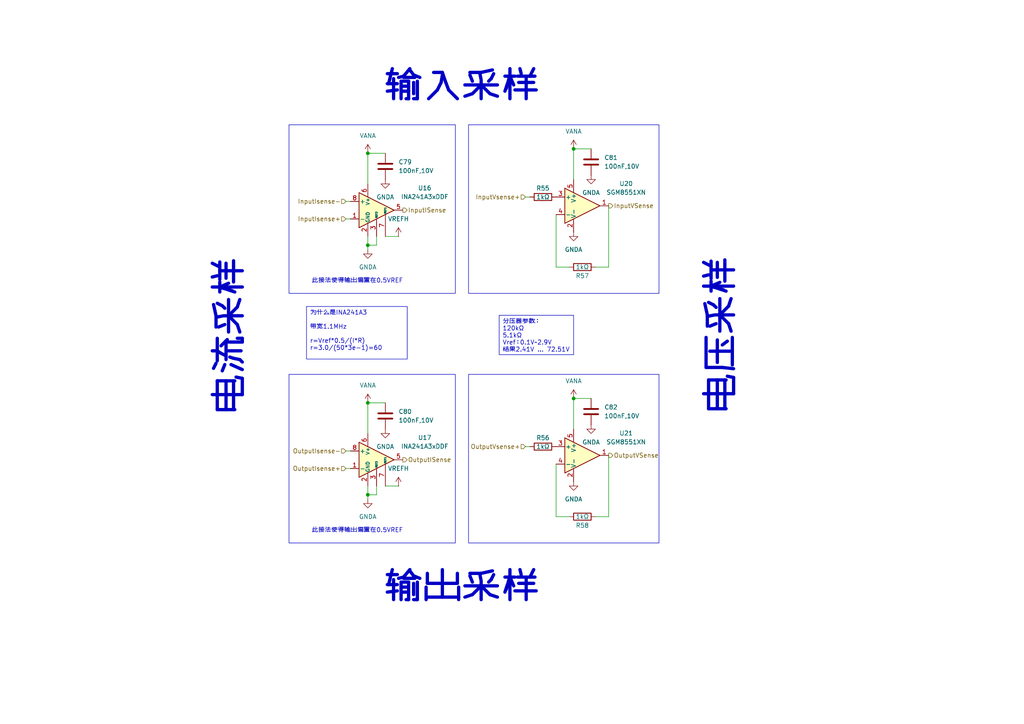
<source format=kicad_sch>
(kicad_sch (version 20250114) (generator "eeschema") (generator_version "9.0")
  (paper "A4")
  (title_block (title "HPM6P41_BuckBoost") (date "2025-05-05") (rev "4") (company "Author: Alipay"))
  (lib_symbols
    (symbol "Amplifier_Current:INA241A2xDDF" (pin_names (offset 0.127))
      (property "Reference" "U" (at 3.81 3.81 0))
      (property "Value" "INA241A2xDDF" (at 3.81 -2.54 0))
      (symbol "INA241A2xDDF_0_1"
        (polyline (pts (xy 5.08 0) (xy -5.08 5.08) (xy -5.08 -5.08) (xy 5.08 0)) (stroke (width 0.254)) (fill (type background)))
      )
      (symbol "INA241A2xDDF_1_1"
        (pin input line (at -7.62 2.54 0) (length 2.54) (name "+") (number "8"))
        (pin input line (at -7.62 -2.54 0) (length 2.54) (name "-") (number "1"))
        (pin power_in line (at -2.54 7.62 270) (length 3.81) (name "V+") (number "6"))
        (pin power_in line (at -2.54 -7.62 90) (length 3.81) (name "GND") (number "2"))
        (pin passive line (at -2.54 -7.62 90) (length 3.81) (hide yes) (name "GND") (number "4"))
        (pin passive line (at 0 -7.62 90) (length 5.08) (name "REF2") (number "3"))
        (pin passive line (at 2.54 -7.62 90) (length 6.35) (name "REF1") (number "7"))
        (pin output line (at 7.62 0 180) (length 2.54) (name "~") (number "5"))
      )
    )
    (symbol "Amplifier_Operational:OPA188xxDBV" (pin_names (offset 0.127))
      (property "Reference" "U" (at 0 5.08 0))
      (property "Value" "OPA188xxDBV" (at 0 -5.08 0))
      (symbol "OPA188xxDBV_0_1"
        (polyline (pts (xy -5.08 5.08) (xy 5.08 0) (xy -5.08 -5.08) (xy -5.08 5.08)) (stroke (width 0.254)) (fill (type background)))
        (pin power_in line (at -2.54 7.62 270) (length 3.81) (name "V+") (number "5"))
        (pin power_in line (at -2.54 -7.62 90) (length 3.81) (name "V-") (number "2"))
      )
      (symbol "OPA188xxDBV_1_1"
        (pin input line (at -7.62 2.54 0) (length 2.54) (name "+") (number "3"))
        (pin input line (at -7.62 -2.54 0) (length 2.54) (name "-") (number "4"))
        (pin output line (at 7.62 0 180) (length 2.54) (name "~") (number "1"))
      )
    )
    (symbol "Device:C" (pin_numbers (hide yes)) (pin_names (offset 0.254))
      (property "Reference" "C" (at 0.635 2.54 0))
      (property "Value" "C" (at 0.635 -2.54 0))
      (symbol "C_0_1"
        (polyline (pts (xy -2.032 0.762) (xy 2.032 0.762)) (stroke (width 0.508)))
        (polyline (pts (xy -2.032 -0.762) (xy 2.032 -0.762)) (stroke (width 0.508)))
      )
      (symbol "C_1_1"
        (pin passive line (at 0 3.81 270) (length 2.794) (name "~") (number "1"))
        (pin passive line (at 0 -3.81 90) (length 2.794) (name "~") (number "2"))
      )
    )
    (symbol "Device:R" (pin_numbers (hide yes)) (pin_names (offset 0))
      (property "Reference" "R" (at 2.032 0 90))
      (property "Value" "R" (at 0 0 90))
      (symbol "R_0_1"
        (rectangle (start -1.016 -2.54) (end 1.016 2.54) (stroke (width 0.254)))
      )
      (symbol "R_1_1"
        (pin passive line (at 0 3.81 270) (length 1.27) (name "~") (number "1"))
        (pin passive line (at 0 -3.81 90) (length 1.27) (name "~") (number "2"))
      )
    )
    (symbol "power:+5V" (power) (pin_numbers (hide yes)) (pin_names (offset 0) (hide yes))
      (property "Value" "+5V" (at 0 3.556 0))
      (symbol "+5V_0_1"
        (polyline (pts (xy -0.762 1.27) (xy 0 2.54)))
        (polyline (pts (xy 0 2.54) (xy 0.762 1.27)))
        (polyline (pts (xy 0 0) (xy 0 2.54)))
      )
      (symbol "+5V_1_1"
        (pin power_in line (at 0 0 90) (length 0) (name "~") (number "1"))
      )
    )
    (symbol "power:GNDA" (power) (pin_numbers (hide yes)) (pin_names (offset 0) (hide yes))
      (property "Value" "GNDA" (at 0 -3.81 0))
      (symbol "GNDA_0_1"
        (polyline (pts (xy 0 0) (xy 0 -1.27) (xy 1.27 -1.27) (xy 0 -2.54) (xy -1.27 -1.27) (xy 0 -1.27)))
      )
      (symbol "GNDA_1_1"
        (pin power_in line (at 0 0 270) (length 0) (name "~") (number "1"))
      )
    )
  )
  (rectangle (start 83.82 36.195) (end 132.08 85.09))
  (rectangle (start 83.82 108.585) (end 132.08 157.48))
  (rectangle (start 135.89 108.585) (end 191.135 157.48))
  (rectangle (start 135.89 36.195) (end 191.135 85.09))
  (text "此接法使得输出偏置在0.5VREF" (at 103.632 153.924 0) (effects (font (size 1.27 1.27))))
  (text "此接法使得输出偏置在0.5VREF" (at 103.632 81.534 0) (effects (font (size 1.27 1.27))))
  (text "电压采样" (at 209.296 97.028 90) (effects (font (size 7.62 7.62) (thickness 0.9525))))
  (text "输入采样" (at 134.112 25.4 0) (effects (font (size 7.62 7.62) (thickness 0.9525))))
  (text "电流采样" (at 66.802 97.282 90) (effects (font (size 7.62 7.62) (thickness 0.9525))))
  (text "输出采样" (at 134.112 170.688 0) (effects (font (size 7.62 7.62) (thickness 0.9525))))
  (text_box "为什么是INA241A3\n\n带宽1.1MHz\n\nr=Vref*0.5/(I*R)\nr=3.0/(50*3e-1)=60" (at 88.9 88.9 0) (size 29.21 15.24) (margins 0.9525 0.9525 0.9525 0.9525) (effects (font (size 1.27 1.27)) (justify left top)))
  (text_box "分压器参数：\n120kΩ\n5.1kΩ\nVref：0.1V~2.9V\n结果2.41V ... 72.51V" (at 144.78 91.44 0) (size 21.59 11.43) (margins 0.9525 0.9525 0.9525 0.9525) (effects (font (size 1.27 1.27)) (justify left top)))
  (junction (at 166.37 115.57))
  (junction (at 106.68 71.12))
  (junction (at 106.68 143.51))
  (junction (at 166.37 43.18))
  (junction (at 106.68 116.84))
  (junction (at 106.68 44.45))
  (wire (pts (xy 100.33 130.81) (xy 101.6 130.81)))
  (wire (pts (xy 176.53 59.69) (xy 176.53 77.47)))
  (wire (pts (xy 161.29 62.23) (xy 161.29 77.47)))
  (wire (pts (xy 106.68 140.97) (xy 106.68 143.51)))
  (wire (pts (xy 153.67 57.15) (xy 152.4 57.15)))
  (wire (pts (xy 166.37 43.18) (xy 171.45 43.18)))
  (wire (pts (xy 106.68 116.84) (xy 111.76 116.84)))
  (wire (pts (xy 166.37 43.18) (xy 166.37 52.07)))
  (wire (pts (xy 166.37 115.57) (xy 171.45 115.57)))
  (wire (pts (xy 111.76 140.97) (xy 115.57 140.97)))
  (wire (pts (xy 111.76 68.58) (xy 115.57 68.58)))
  (wire (pts (xy 109.22 71.12) (xy 106.68 71.12)))
  (wire (pts (xy 153.67 129.54) (xy 152.4 129.54)))
  (wire (pts (xy 166.37 115.57) (xy 166.37 124.46)))
  (wire (pts (xy 165.1 149.86) (xy 161.29 149.86)))
  (wire (pts (xy 109.22 143.51) (xy 106.68 143.51)))
  (wire (pts (xy 106.68 71.12) (xy 106.68 72.39)))
  (wire (pts (xy 106.68 143.51) (xy 106.68 144.78)))
  (wire (pts (xy 100.33 58.42) (xy 101.6 58.42)))
  (wire (pts (xy 109.22 68.58) (xy 109.22 71.12)))
  (wire (pts (xy 100.33 63.5) (xy 101.6 63.5)))
  (wire (pts (xy 106.68 44.45) (xy 111.76 44.45)))
  (wire (pts (xy 172.72 149.86) (xy 176.53 149.86)))
  (wire (pts (xy 161.29 134.62) (xy 161.29 149.86)))
  (wire (pts (xy 106.68 116.84) (xy 106.68 125.73)))
  (wire (pts (xy 106.68 68.58) (xy 106.68 71.12)))
  (wire (pts (xy 100.33 135.89) (xy 101.6 135.89)))
  (wire (pts (xy 165.1 77.47) (xy 161.29 77.47)))
  (wire (pts (xy 109.22 140.97) (xy 109.22 143.51)))
  (wire (pts (xy 172.72 77.47) (xy 176.53 77.47)))
  (wire (pts (xy 106.68 44.45) (xy 106.68 53.34)))
  (wire (pts (xy 176.53 132.08) (xy 176.53 149.86)))
  (hierarchical_label "InputISense" (shape output) (at 116.84 60.96 0))
  (hierarchical_label "InputIsense-" (shape input) (at 100.33 58.42 180))
  (hierarchical_label "InputVSense" (shape output) (at 176.53 59.69 0))
  (hierarchical_label "OutputVSense" (shape output) (at 176.53 132.08 0))
  (hierarchical_label "InputIsense+" (shape input) (at 100.33 63.5 180))
  (hierarchical_label "OutputVsense+" (shape input) (at 152.4 129.54 180))
  (hierarchical_label "OutputIsense+" (shape input) (at 100.33 135.89 180))
  (hierarchical_label "OutputIsense-" (shape input) (at 100.33 130.81 180))
  (hierarchical_label "OutputISense" (shape output) (at 116.84 133.35 0))
  (hierarchical_label "InputVsense+" (shape input) (at 152.4 57.15 180))
  (symbol (lib_id "Device:C") (at 111.76 120.65 0) (unit 1)
    (property "Reference" "C80" (at 115.57 119.3799 0) (effects (justify left)))
    (property "Value" "100nF,10V" (at 115.57 121.9199 0) (effects (justify left)))
    (property "Footprint" "Capacitor_SMD:C_0603_1608Metric" (effects (hide yes)))
    (property "Description" "Unpolarized capacitor" (effects (hide yes)))
  )
  (symbol (lib_id "Device:C") (at 171.45 119.38 0) (unit 1)
    (property "Reference" "C82" (at 175.26 118.1099 0) (effects (justify left)))
    (property "Value" "100nF,10V" (at 175.26 120.6499 0) (effects (justify left)))
    (property "Footprint" "Capacitor_SMD:C_0603_1608Metric" (effects (hide yes)))
    (property "Description" "Unpolarized capacitor" (effects (hide yes)))
  )
  (symbol (lib_id "power:GNDA") (at 106.68 144.78 0) (mirror y) (unit 1)
    (property "Reference" "#PWR0131" (effects (hide yes)))
    (property "Value" "GNDA" (at 106.68 149.86 0))
    (property "Description" "Power symbol creates a global label with name \"GNDA\" , analog ground" (effects (hide yes)))
  )
  (symbol (lib_id "Amplifier_Current:INA241A2xDDF") (at 109.22 60.96 0) (unit 1)
    (property "Reference" "U16" (at 123.19 54.5398 0))
    (property "Value" "INA241A3xDDF" (at 123.19 57.0798 0))
    (property "Footprint" "Package_TO_SOT_SMD:SOT-23-8" (effects (hide yes)))
    (property "Datasheet" "https://www.ti.com/lit/ds/symlink/ina241b.pdf" (effects (hide yes)))
    (property "Description" "High- and Low-Side, Bidirectional, Zero-Drift, Current-Sense Amplifier With Enhanced PWM Rejection, 20V/V, ±0.01% Gain Accuracy, ±10 μV Offset Voltage, SOT-23-8" (effects (hide yes)))
  )
  (symbol (lib_id "Device:R") (at 168.91 77.47 90) (mirror x) (unit 1)
    (property "Reference" "R57" (at 168.91 80.01 90))
    (property "Value" "1kΩ" (at 168.91 77.47 90))
    (property "Footprint" "Resistor_SMD:R_0603_1608Metric" (effects (hide yes)))
    (property "Description" "Resistor" (effects (hide yes)))
  )
  (symbol (lib_id "power:+5V") (at 166.37 115.57 0) (unit 1)
    (property "Reference" "#PWR0138" (effects (hide yes)))
    (property "Value" "VANA" (at 166.37 110.49 0))
    (property "Description" "Power symbol creates a global label with name \"+5V\"" (effects (hide yes)))
  )
  (symbol (lib_id "Device:R") (at 157.48 57.15 90) (unit 1)
    (property "Reference" "R55" (at 157.48 54.61 90))
    (property "Value" "1kΩ" (at 157.48 57.15 90))
    (property "Footprint" "Resistor_SMD:R_0603_1608Metric" (effects (hide yes)))
    (property "Description" "Resistor" (effects (hide yes)))
  )
  (symbol (lib_id "power:+5V") (at 115.57 140.97 0) (mirror y) (unit 1)
    (property "Reference" "#PWR0135" (effects (hide yes)))
    (property "Value" "VREFH" (at 115.57 135.89 0))
    (property "Description" "Power symbol creates a global label with name \"+5V\"" (effects (hide yes)))
  )
  (symbol (lib_id "Amplifier_Operational:OPA188xxDBV") (at 168.91 132.08 0) (unit 1)
    (property "Reference" "U21" (at 181.61 125.6598 0))
    (property "Value" "SGM8551XN" (at 181.61 128.1998 0))
    (property "Footprint" "Package_TO_SOT_SMD:TSOT-23-5" (effects (hide yes)))
    (property "Datasheet" "http://www.ti.com/lit/ds/symlink/opa188.pdf" (effects (hide yes)))
    (property "Description" "Zero-Drift, Precision, Low-Noise, Rail-to-Rail Output, 36-V Operational Amplifier, TSOT-23-5" (effects (hide yes)))
  )
  (symbol (lib_id "power:GNDA") (at 166.37 139.7 0) (mirror y) (unit 1)
    (property "Reference" "#PWR0139" (effects (hide yes)))
    (property "Value" "GNDA" (at 166.37 144.78 0))
    (property "Description" "Power symbol creates a global label with name \"GNDA\" , analog ground" (effects (hide yes)))
  )
  (symbol (lib_id "power:+5V") (at 106.68 116.84 0) (unit 1)
    (property "Reference" "#PWR0130" (effects (hide yes)))
    (property "Value" "VANA" (at 106.68 111.76 0))
    (property "Description" "Power symbol creates a global label with name \"+5V\"" (effects (hide yes)))
  )
  (symbol (lib_id "power:+5V") (at 166.37 43.18 0) (unit 1)
    (property "Reference" "#PWR0136" (effects (hide yes)))
    (property "Value" "VANA" (at 166.37 38.1 0))
    (property "Description" "Power symbol creates a global label with name \"+5V\"" (effects (hide yes)))
  )
  (symbol (lib_id "Amplifier_Operational:OPA188xxDBV") (at 168.91 59.69 0) (unit 1)
    (property "Reference" "U20" (at 181.61 53.2698 0))
    (property "Value" "SGM8551XN" (at 181.61 55.8098 0))
    (property "Footprint" "Package_TO_SOT_SMD:TSOT-23-5" (effects (hide yes)))
    (property "Datasheet" "http://www.ti.com/lit/ds/symlink/opa188.pdf" (effects (hide yes)))
    (property "Description" "Zero-Drift, Precision, Low-Noise, Rail-to-Rail Output, 36-V Operational Amplifier, TSOT-23-5" (effects (hide yes)))
  )
  (symbol (lib_id "Device:C") (at 111.76 48.26 0) (unit 1)
    (property "Reference" "C79" (at 115.57 46.9899 0) (effects (justify left)))
    (property "Value" "100nF,10V" (at 115.57 49.5299 0) (effects (justify left)))
    (property "Footprint" "Capacitor_SMD:C_0603_1608Metric" (effects (hide yes)))
    (property "Description" "Unpolarized capacitor" (effects (hide yes)))
  )
  (symbol (lib_id "Device:R") (at 168.91 149.86 90) (mirror x) (unit 1)
    (property "Reference" "R58" (at 168.91 152.4 90))
    (property "Value" "1kΩ" (at 168.91 149.86 90))
    (property "Footprint" "Resistor_SMD:R_0603_1608Metric" (effects (hide yes)))
    (property "Description" "Resistor" (effects (hide yes)))
  )
  (symbol (lib_id "power:GNDA") (at 171.45 50.8 0) (mirror y) (unit 1)
    (property "Reference" "#PWR0140" (effects (hide yes)))
    (property "Value" "GNDA" (at 171.45 55.88 0))
    (property "Description" "Power symbol creates a global label with name \"GNDA\" , analog ground" (effects (hide yes)))
  )
  (symbol (lib_id "power:GNDA") (at 106.68 72.39 0) (mirror y) (unit 1)
    (property "Reference" "#PWR0129" (effects (hide yes)))
    (property "Value" "GNDA" (at 106.68 77.47 0))
    (property "Description" "Power symbol creates a global label with name \"GNDA\" , analog ground" (effects (hide yes)))
  )
  (symbol (lib_id "Device:C") (at 171.45 46.99 0) (unit 1)
    (property "Reference" "C81" (at 175.26 45.7199 0) (effects (justify left)))
    (property "Value" "100nF,10V" (at 175.26 48.2599 0) (effects (justify left)))
    (property "Footprint" "Capacitor_SMD:C_0603_1608Metric" (effects (hide yes)))
    (property "Description" "Unpolarized capacitor" (effects (hide yes)))
  )
  (symbol (lib_id "power:GNDA") (at 171.45 123.19 0) (mirror y) (unit 1)
    (property "Reference" "#PWR0141" (effects (hide yes)))
    (property "Value" "GNDA" (at 171.45 128.27 0))
    (property "Description" "Power symbol creates a global label with name \"GNDA\" , analog ground" (effects (hide yes)))
  )
  (symbol (lib_id "power:GNDA") (at 111.76 52.07 0) (mirror y) (unit 1)
    (property "Reference" "#PWR0132" (effects (hide yes)))
    (property "Value" "GNDA" (at 111.76 57.15 0))
    (property "Description" "Power symbol creates a global label with name \"GNDA\" , analog ground" (effects (hide yes)))
  )
  (symbol (lib_id "power:+5V") (at 106.68 44.45 0) (unit 1)
    (property "Reference" "#PWR0128" (effects (hide yes)))
    (property "Value" "VANA" (at 106.68 39.37 0))
    (property "Description" "Power symbol creates a global label with name \"+5V\"" (effects (hide yes)))
  )
  (symbol (lib_id "power:+5V") (at 115.57 68.58 0) (mirror y) (unit 1)
    (property "Reference" "#PWR0134" (effects (hide yes)))
    (property "Value" "VREFH" (at 115.57 63.5 0))
    (property "Description" "Power symbol creates a global label with name \"+5V\"" (effects (hide yes)))
  )
  (symbol (lib_id "Device:R") (at 157.48 129.54 90) (unit 1)
    (property "Reference" "R56" (at 157.48 127 90))
    (property "Value" "1kΩ" (at 157.48 129.54 90))
    (property "Footprint" "Resistor_SMD:R_0603_1608Metric" (effects (hide yes)))
    (property "Description" "Resistor" (effects (hide yes)))
  )
  (symbol (lib_id "Amplifier_Current:INA241A2xDDF") (at 109.22 133.35 0) (unit 1)
    (property "Reference" "U17" (at 123.19 126.9298 0))
    (property "Value" "INA241A3xDDF" (at 123.19 129.4698 0))
    (property "Footprint" "Package_TO_SOT_SMD:SOT-23-8" (effects (hide yes)))
    (property "Datasheet" "https://www.ti.com/lit/ds/symlink/ina241b.pdf" (effects (hide yes)))
    (property "Description" "High- and Low-Side, Bidirectional, Zero-Drift, Current-Sense Amplifier With Enhanced PWM Rejection, 20V/V, ±0.01% Gain Accuracy, ±10 μV Offset Voltage, SOT-23-8" (effects (hide yes)))
  )
  (symbol (lib_id "power:GNDA") (at 166.37 67.31 0) (mirror y) (unit 1)
    (property "Reference" "#PWR0137" (effects (hide yes)))
    (property "Value" "GNDA" (at 166.37 72.39 0))
    (property "Description" "Power symbol creates a global label with name \"GNDA\" , analog ground" (effects (hide yes)))
  )
  (symbol (lib_id "power:GNDA") (at 111.76 124.46 0) (mirror y) (unit 1)
    (property "Reference" "#PWR0133" (effects (hide yes)))
    (property "Value" "GNDA" (at 111.76 129.54 0))
    (property "Description" "Power symbol creates a global label with name \"GNDA\" , analog ground" (effects (hide yes)))
  )
)
</source>
